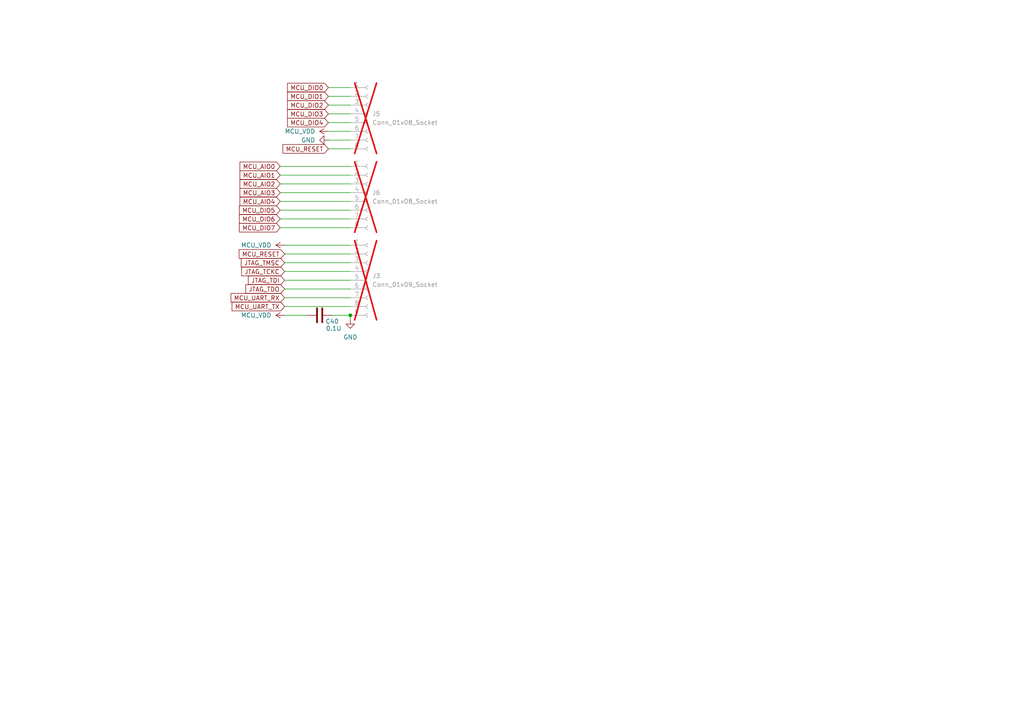
<source format=kicad_sch>
(kicad_sch (version 20231120) (generator "eeschema") (generator_version "8.0")
  (paper "A4")
  (lib_symbols
    (symbol "Connector:Conn_01x08_Socket" (pin_names (offset 1.016) hide)
      (property "Reference" "J" (at 0 10.16 0))
      (property "Value" "Conn_01x08_Socket" (at 0 -12.7 0))
      (symbol "Conn_01x08_Socket_1_1"
        (arc (start 0 -9.652) (mid -0.5058 -10.16) (end 0 -10.668) (stroke (width 0.1524)))
        (arc (start 0 -7.112) (mid -0.5058 -7.62) (end 0 -8.128) (stroke (width 0.1524)))
        (arc (start 0 -4.572) (mid -0.5058 -5.08) (end 0 -5.588) (stroke (width 0.1524)))
        (arc (start 0 -2.032) (mid -0.5058 -2.54) (end 0 -3.048) (stroke (width 0.1524)))
        (polyline (pts (xy -1.27 -10.16) (xy -0.508 -10.16)) (stroke (width 0.1524)))
        (polyline (pts (xy -1.27 -7.62) (xy -0.508 -7.62)) (stroke (width 0.1524)))
        (polyline (pts (xy -1.27 -5.08) (xy -0.508 -5.08)) (stroke (width 0.1524)))
        (polyline (pts (xy -1.27 -2.54) (xy -0.508 -2.54)) (stroke (width 0.1524)))
        (polyline (pts (xy -1.27 0) (xy -0.508 0)) (stroke (width 0.1524)))
        (polyline (pts (xy -1.27 2.54) (xy -0.508 2.54)) (stroke (width 0.1524)))
        (polyline (pts (xy -1.27 5.08) (xy -0.508 5.08)) (stroke (width 0.1524)))
        (polyline (pts (xy -1.27 7.62) (xy -0.508 7.62)) (stroke (width 0.1524)))
        (arc (start 0 0.508) (mid -0.5058 0) (end 0 -0.508) (stroke (width 0.1524)))
        (arc (start 0 3.048) (mid -0.5058 2.54) (end 0 2.032) (stroke (width 0.1524)))
        (arc (start 0 5.588) (mid -0.5058 5.08) (end 0 4.572) (stroke (width 0.1524)))
        (arc (start 0 8.128) (mid -0.5058 7.62) (end 0 7.112) (stroke (width 0.1524)))
        (pin passive line (at -5.08 7.62 0) (length 3.81) (name "Pin_1") (number "1"))
        (pin passive line (at -5.08 5.08 0) (length 3.81) (name "Pin_2") (number "2"))
        (pin passive line (at -5.08 2.54 0) (length 3.81) (name "Pin_3") (number "3"))
        (pin passive line (at -5.08 0 0) (length 3.81) (name "Pin_4") (number "4"))
        (pin passive line (at -5.08 -2.54 0) (length 3.81) (name "Pin_5") (number "5"))
        (pin passive line (at -5.08 -5.08 0) (length 3.81) (name "Pin_6") (number "6"))
        (pin passive line (at -5.08 -7.62 0) (length 3.81) (name "Pin_7") (number "7"))
        (pin passive line (at -5.08 -10.16 0) (length 3.81) (name "Pin_8") (number "8"))
      )
    )
    (symbol "Connector:Conn_01x09_Socket" (pin_names (offset 1.016) hide)
      (property "Reference" "J" (at 0 12.7 0))
      (property "Value" "Conn_01x09_Socket" (at 0 -12.7 0))
      (symbol "Conn_01x09_Socket_1_1"
        (arc (start 0 -9.652) (mid -0.5058 -10.16) (end 0 -10.668) (stroke (width 0.1524)))
        (arc (start 0 -7.112) (mid -0.5058 -7.62) (end 0 -8.128) (stroke (width 0.1524)))
        (arc (start 0 -4.572) (mid -0.5058 -5.08) (end 0 -5.588) (stroke (width 0.1524)))
        (arc (start 0 -2.032) (mid -0.5058 -2.54) (end 0 -3.048) (stroke (width 0.1524)))
        (polyline (pts (xy -1.27 -10.16) (xy -0.508 -10.16)) (stroke (width 0.1524)))
        (polyline (pts (xy -1.27 -7.62) (xy -0.508 -7.62)) (stroke (width 0.1524)))
        (polyline (pts (xy -1.27 -5.08) (xy -0.508 -5.08)) (stroke (width 0.1524)))
        (polyline (pts (xy -1.27 -2.54) (xy -0.508 -2.54)) (stroke (width 0.1524)))
        (polyline (pts (xy -1.27 0) (xy -0.508 0)) (stroke (width 0.1524)))
        (polyline (pts (xy -1.27 2.54) (xy -0.508 2.54)) (stroke (width 0.1524)))
        (polyline (pts (xy -1.27 5.08) (xy -0.508 5.08)) (stroke (width 0.1524)))
        (polyline (pts (xy -1.27 7.62) (xy -0.508 7.62)) (stroke (width 0.1524)))
        (polyline (pts (xy -1.27 10.16) (xy -0.508 10.16)) (stroke (width 0.1524)))
        (arc (start 0 0.508) (mid -0.5058 0) (end 0 -0.508) (stroke (width 0.1524)))
        (arc (start 0 3.048) (mid -0.5058 2.54) (end 0 2.032) (stroke (width 0.1524)))
        (arc (start 0 5.588) (mid -0.5058 5.08) (end 0 4.572) (stroke (width 0.1524)))
        (arc (start 0 8.128) (mid -0.5058 7.62) (end 0 7.112) (stroke (width 0.1524)))
        (arc (start 0 10.668) (mid -0.5058 10.16) (end 0 9.652) (stroke (width 0.1524)))
        (pin passive line (at -5.08 10.16 0) (length 3.81) (name "Pin_1") (number "1"))
        (pin passive line (at -5.08 7.62 0) (length 3.81) (name "Pin_2") (number "2"))
        (pin passive line (at -5.08 5.08 0) (length 3.81) (name "Pin_3") (number "3"))
        (pin passive line (at -5.08 2.54 0) (length 3.81) (name "Pin_4") (number "4"))
        (pin passive line (at -5.08 0 0) (length 3.81) (name "Pin_5") (number "5"))
        (pin passive line (at -5.08 -2.54 0) (length 3.81) (name "Pin_6") (number "6"))
        (pin passive line (at -5.08 -5.08 0) (length 3.81) (name "Pin_7") (number "7"))
        (pin passive line (at -5.08 -7.62 0) (length 3.81) (name "Pin_8") (number "8"))
        (pin passive line (at -5.08 -10.16 0) (length 3.81) (name "Pin_9") (number "9"))
      )
    )
    (symbol "Device:C" (pin_numbers hide) (pin_names (offset 0.254))
      (property "Reference" "C" (at 0.635 2.54 0))
      (property "Value" "C" (at 0.635 -2.54 0))
      (symbol "C_0_1"
        (polyline (pts (xy -2.032 -0.762) (xy 2.032 -0.762)) (stroke (width 0.508)))
        (polyline (pts (xy -2.032 0.762) (xy 2.032 0.762)) (stroke (width 0.508)))
      )
      (symbol "C_1_1"
        (pin passive line (at 0 3.81 270) (length 2.794) (name "~") (number "1"))
        (pin passive line (at 0 -3.81 90) (length 2.794) (name "~") (number "2"))
      )
    )
    (symbol "power:GND" (power) (pin_numbers hide) (pin_names (offset 0) hide)
      (property "Value" "GND" (at 0 -3.81 0))
      (symbol "GND_0_1"
        (polyline (pts (xy 0 0) (xy 0 -1.27) (xy 1.27 -1.27) (xy 0 -2.54) (xy -1.27 -1.27) (xy 0 -1.27)))
      )
      (symbol "GND_1_1"
        (pin power_in line (at 0 0 270) (length 0) (name "~") (number "1"))
      )
    )
    (symbol "power:VDD" (power) (pin_numbers hide) (pin_names (offset 0) hide)
      (property "Value" "VDD" (at 0 3.556 0))
      (symbol "VDD_0_1"
        (polyline (pts (xy -0.762 1.27) (xy 0 2.54)))
        (polyline (pts (xy 0 0) (xy 0 2.54)))
        (polyline (pts (xy 0 2.54) (xy 0.762 1.27)))
      )
      (symbol "VDD_1_1"
        (pin power_in line (at 0 0 90) (length 0) (name "~") (number "1"))
      )
    )
  )
  (junction (at 101.6 91.44))
  (wire (pts (xy 81.28 48.26) (xy 101.6 48.26)))
  (wire (pts (xy 95.25 27.94) (xy 101.6 27.94)))
  (wire (pts (xy 95.25 40.64) (xy 101.6 40.64)))
  (wire (pts (xy 95.25 38.1) (xy 101.6 38.1)))
  (wire (pts (xy 81.28 60.96) (xy 101.6 60.96)))
  (wire (pts (xy 82.55 76.2) (xy 101.6 76.2)))
  (wire (pts (xy 82.55 91.44) (xy 88.9 91.44)))
  (wire (pts (xy 95.25 35.56) (xy 101.6 35.56)))
  (wire (pts (xy 81.28 58.42) (xy 101.6 58.42)))
  (wire (pts (xy 95.25 25.4) (xy 101.6 25.4)))
  (wire (pts (xy 81.28 53.34) (xy 101.6 53.34)))
  (wire (pts (xy 81.28 50.8) (xy 101.6 50.8)))
  (wire (pts (xy 82.55 86.36) (xy 101.6 86.36)))
  (wire (pts (xy 81.28 55.88) (xy 101.6 55.88)))
  (wire (pts (xy 82.55 71.12) (xy 101.6 71.12)))
  (wire (pts (xy 82.55 88.9) (xy 101.6 88.9)))
  (wire (pts (xy 96.52 91.44) (xy 101.6 91.44)))
  (wire (pts (xy 82.55 73.66) (xy 101.6 73.66)))
  (wire (pts (xy 95.25 30.48) (xy 101.6 30.48)))
  (wire (pts (xy 82.55 78.74) (xy 101.6 78.74)))
  (wire (pts (xy 82.55 81.28) (xy 101.6 81.28)))
  (wire (pts (xy 95.25 33.02) (xy 101.6 33.02)))
  (wire (pts (xy 101.6 91.44) (xy 101.6 92.71)))
  (wire (pts (xy 81.28 63.5) (xy 101.6 63.5)))
  (wire (pts (xy 95.25 43.18) (xy 101.6 43.18)))
  (wire (pts (xy 81.28 66.04) (xy 101.6 66.04)))
  (wire (pts (xy 82.55 83.82) (xy 101.6 83.82)))
  (global_label "JTAG_TMSC" (shape input) (at 82.55 76.2 180) (property "Intersheetrefs" "${INTERSHEET_REFS}" (effects (hide yes))))
  (global_label "MCU_UART_RX" (shape input) (at 82.55 86.36 180) (property "Intersheetrefs" "${INTERSHEET_REFS}" (effects (hide yes))))
  (global_label "MCU_DIO6" (shape input) (at 81.28 63.5 180) (property "Intersheetrefs" "${INTERSHEET_REFS}" (effects (hide yes))))
  (global_label "MCU_AIO0" (shape input) (at 81.28 48.26 180) (property "Intersheetrefs" "${INTERSHEET_REFS}" (effects (hide yes))))
  (global_label "MCU_DIO0" (shape input) (at 95.25 25.4 180) (property "Intersheetrefs" "${INTERSHEET_REFS}" (effects (hide yes))))
  (global_label "MCU_DIO7" (shape input) (at 81.28 66.04 180) (property "Intersheetrefs" "${INTERSHEET_REFS}" (effects (hide yes))))
  (global_label "JTAG_TCKC" (shape input) (at 82.55 78.74 180) (property "Intersheetrefs" "${INTERSHEET_REFS}" (effects (hide yes))))
  (global_label "MCU_RESET" (shape input) (at 95.25 43.18 180) (property "Intersheetrefs" "${INTERSHEET_REFS}" (effects (hide yes))))
  (global_label "MCU_AIO3" (shape input) (at 81.28 55.88 180) (property "Intersheetrefs" "${INTERSHEET_REFS}" (effects (hide yes))))
  (global_label "MCU_DIO5" (shape input) (at 81.28 60.96 180) (property "Intersheetrefs" "${INTERSHEET_REFS}" (effects (hide yes))))
  (global_label "MCU_DIO3" (shape input) (at 95.25 33.02 180) (property "Intersheetrefs" "${INTERSHEET_REFS}" (effects (hide yes))))
  (global_label "MCU_AIO4" (shape input) (at 81.28 58.42 180) (property "Intersheetrefs" "${INTERSHEET_REFS}" (effects (hide yes))))
  (global_label "JTAG_TDO" (shape input) (at 82.55 83.82 180) (property "Intersheetrefs" "${INTERSHEET_REFS}" (effects (hide yes))))
  (global_label "MCU_DIO1" (shape input) (at 95.25 27.94 180) (property "Intersheetrefs" "${INTERSHEET_REFS}" (effects (hide yes))))
  (global_label "MCU_AIO2" (shape input) (at 81.28 53.34 180) (property "Intersheetrefs" "${INTERSHEET_REFS}" (effects (hide yes))))
  (global_label "MCU_UART_TX" (shape input) (at 82.55 88.9 180) (property "Intersheetrefs" "${INTERSHEET_REFS}" (effects (hide yes))))
  (global_label "JTAG_TDI" (shape input) (at 82.55 81.28 180) (property "Intersheetrefs" "${INTERSHEET_REFS}" (effects (hide yes))))
  (global_label "MCU_RESET" (shape input) (at 82.55 73.66 180) (property "Intersheetrefs" "${INTERSHEET_REFS}" (effects (hide yes))))
  (global_label "MCU_DIO4" (shape input) (at 95.25 35.56 180) (property "Intersheetrefs" "${INTERSHEET_REFS}" (effects (hide yes))))
  (global_label "MCU_AIO1" (shape input) (at 81.28 50.8 180) (property "Intersheetrefs" "${INTERSHEET_REFS}" (effects (hide yes))))
  (global_label "MCU_DIO2" (shape input) (at 95.25 30.48 180) (property "Intersheetrefs" "${INTERSHEET_REFS}" (effects (hide yes))))
  (symbol (lib_id "Connector:Conn_01x08_Socket") (at 106.68 55.88 0) (unit 1) (dnp yes)
    (property "Reference" "J6" (at 107.95 55.8799 0) (effects (justify left)))
    (property "Value" "Conn_01x08_Socket" (at 107.95 58.4199 0) (effects (justify left)))
    (property "Footprint" "Pandora:Pandora Connector 8" (effects (hide yes)))
    (property "Description" "Generic connector, single row, 01x08, script generated" (effects (hide yes)))
  )
  (symbol (lib_id "power:GND") (at 95.25 40.64 270) (unit 1)
    (property "Reference" "#PWR021" (effects (hide yes)))
    (property "Value" "GND" (at 91.44 40.6399 90) (effects (justify right)))
    (property "Description" "Power symbol creates a global label with name \"GND\" , ground" (effects (hide yes)))
  )
  (symbol (lib_id "power:VDD") (at 82.55 91.44 90) (unit 1)
    (property "Reference" "#PWR033" (effects (hide yes)))
    (property "Value" "MCU_VDD" (at 78.74 91.4399 90) (effects (justify left)))
    (property "Description" "Power symbol creates a global label with name \"VDD\"" (effects (hide yes)))
  )
  (symbol (lib_id "Device:C") (at 92.71 91.44 90) (unit 1)
    (property "Reference" "C40" (at 98.298 93.218 90) (effects (justify left)))
    (property "Value" "0.1U" (at 99.06 95.25 90) (effects (justify left)))
    (property "Footprint" "Capacitor_SMD:C_0402_1005Metric" (effects (hide yes)))
    (property "Description" "Unpolarized capacitor" (effects (hide yes)))
    (property "Link1" "https://www.digikey.com/product-detail/en/samsung-electro-mechanics/CL05A104MP5NNNC/1276-1443-1-ND/3889529" (effects (hide yes)))
    (property "MPN1" "CL05A104MP5NNNC" (effects (hide yes)))
    (property "Standard Price" "$0.00315" (effects (hide yes)))
    (property "Vendor1" "Samsung Electro-Mechanics" (effects (hide yes)))
    (property "Short Description" "CAP CER 0.1UF 10V X5R 0402" (effects (hide yes)))
    (property "Seeed PN" "302011121" (effects (hide yes)))
    (property "MPN2" "CC0402KRX5R6BB104" (effects (hide yes)))
    (property "Vendor2" "YAGEO" (effects (hide yes)))
    (property "Seeed Description" "SMD CAP Ceramic 100nF-10V-10%-X5R;0402" (effects (hide yes)))
  )
  (symbol (lib_id "Connector:Conn_01x08_Socket") (at 106.68 33.02 0) (unit 1) (dnp yes)
    (property "Reference" "J5" (at 107.95 33.0199 0) (effects (justify left)))
    (property "Value" "Conn_01x08_Socket" (at 107.95 35.5599 0) (effects (justify left)))
    (property "Footprint" "Pandora:Zeus Connector" (effects (hide yes)))
    (property "Description" "Generic connector, single row, 01x08, script generated" (effects (hide yes)))
  )
  (symbol (lib_id "power:VDD") (at 95.25 38.1 90) (unit 1)
    (property "Reference" "#PWR018" (effects (hide yes)))
    (property "Value" "MCU_VDD" (at 91.44 38.0999 90) (effects (justify left)))
    (property "Description" "Power symbol creates a global label with name \"VDD\"" (effects (hide yes)))
  )
  (symbol (lib_id "power:GND") (at 101.6 92.71 0) (unit 1)
    (property "Reference" "#PWR034" (effects (hide yes)))
    (property "Value" "GND" (at 101.6 97.79 0))
    (property "Description" "Power symbol creates a global label with name \"GND\" , ground" (effects (hide yes)))
  )
  (symbol (lib_id "power:VDD") (at 82.55 71.12 90) (unit 1)
    (property "Reference" "#PWR032" (effects (hide yes)))
    (property "Value" "MCU_VDD" (at 78.74 71.1199 90) (effects (justify left)))
    (property "Description" "Power symbol creates a global label with name \"VDD\"" (effects (hide yes)))
  )
  (symbol (lib_id "Connector:Conn_01x09_Socket") (at 106.68 81.28 0) (unit 1) (dnp yes)
    (property "Reference" "J3" (at 107.95 80.0099 0) (effects (justify left)))
    (property "Value" "Conn_01x09_Socket" (at 107.95 82.5499 0) (effects (justify left)))
    (property "Footprint" "Pandora:Pandora Connector 9" (effects (hide yes)))
    (property "Description" "Generic connector, single row, 01x09, script generated" (effects (hide yes)))
  )
)
</source>
